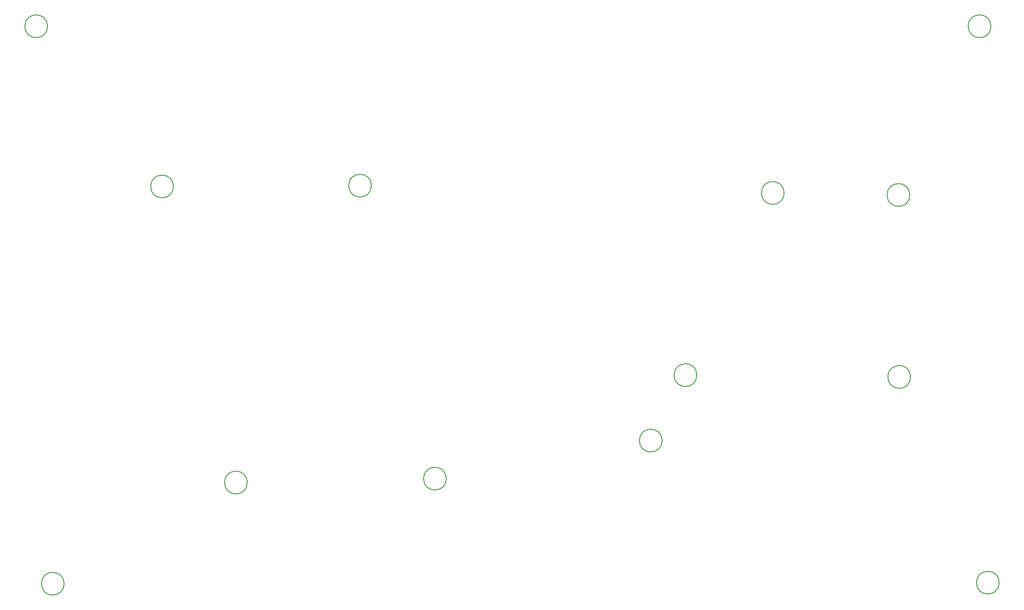
<source format=gbr>
%TF.GenerationSoftware,KiCad,Pcbnew,7.0.9*%
%TF.CreationDate,2024-01-14T20:09:13+01:00*%
%TF.ProjectId,right_pcb,72696768-745f-4706-9362-2e6b69636164,rev?*%
%TF.SameCoordinates,Original*%
%TF.FileFunction,Other,Comment*%
%FSLAX46Y46*%
G04 Gerber Fmt 4.6, Leading zero omitted, Abs format (unit mm)*
G04 Created by KiCad (PCBNEW 7.0.9) date 2024-01-14 20:09:13*
%MOMM*%
%LPD*%
G01*
G04 APERTURE LIST*
%ADD10C,0.150000*%
G04 APERTURE END LIST*
D10*
%TO.C,REF\u002A\u002A*%
X126900000Y-132450000D02*
G75*
G03*
X126900000Y-132450000I-2200000J0D01*
G01*
X216500000Y-112800000D02*
G75*
G03*
X216500000Y-112800000I-2200000J0D01*
G01*
X49950000Y-45050000D02*
G75*
G03*
X49950000Y-45050000I-2200000J0D01*
G01*
X168550000Y-125100000D02*
G75*
G03*
X168550000Y-125100000I-2200000J0D01*
G01*
X88500000Y-133200000D02*
G75*
G03*
X88500000Y-133200000I-2200000J0D01*
G01*
X192100000Y-77250000D02*
G75*
G03*
X192100000Y-77250000I-2200000J0D01*
G01*
X233600000Y-152550000D02*
G75*
G03*
X233600000Y-152550000I-2200000J0D01*
G01*
X53150000Y-152750000D02*
G75*
G03*
X53150000Y-152750000I-2200000J0D01*
G01*
X216350000Y-77650000D02*
G75*
G03*
X216350000Y-77650000I-2200000J0D01*
G01*
X74250000Y-76000000D02*
G75*
G03*
X74250000Y-76000000I-2200000J0D01*
G01*
X175250000Y-112450000D02*
G75*
G03*
X175250000Y-112450000I-2200000J0D01*
G01*
X232000000Y-45050000D02*
G75*
G03*
X232000000Y-45050000I-2200000J0D01*
G01*
X112450000Y-75850000D02*
G75*
G03*
X112450000Y-75850000I-2200000J0D01*
G01*
%TD*%
M02*

</source>
